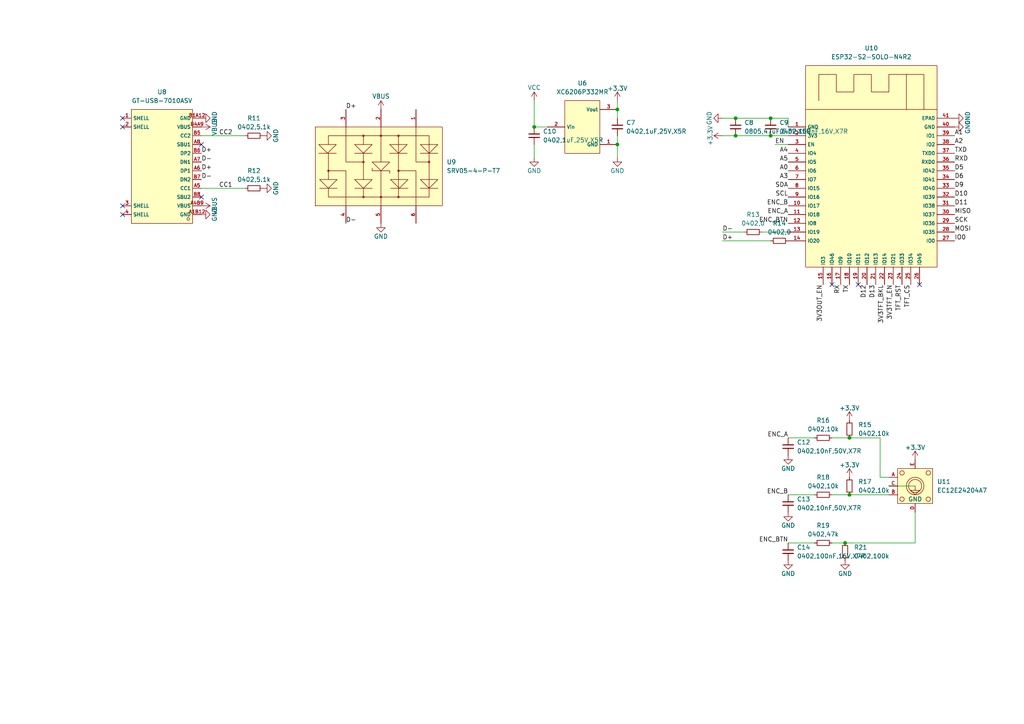
<source format=kicad_sch>
(kicad_sch (version 20230121) (generator eeschema)
  (paper "A4")
  (junction (at 154.94 36.83))
  (junction (at 469.9 156.21))
  (junction (at 449.58 161.29))
  (junction (at 334.01 -63.5))
  (junction (at 223.52 34.29))
  (junction (at 179.07 41.91))
  (junction (at 137.16 -111.76))
  (junction (at 92.71 -111.76))
  (junction (at 313.69 48.26))
  (junction (at 8.89 -105.41))
  (junction (at -33.02 -105.41))
  (junction (at 213.36 34.29))
  (junction (at -54.61 -105.41))
  (junction (at 307.34 -53.34))
  (junction (at 443.23 168.91))
  (junction (at 223.52 39.37))
  (junction (at 246.38 143.51))
  (junction (at 322.58 -58.42))
  (junction (at 358.14 -31.75))
  (junction (at 77.47 -111.76))
  (junction (at 87.63 -111.76))
  (junction (at 422.91 173.99))
  (junction (at 179.07 31.75))
  (junction (at 450.85 168.91))
  (junction (at 213.36 39.37))
  (junction (at 102.87 -111.76))
  (junction (at 313.69 40.64))
  (junction (at 469.9 168.91))
  (junction (at 246.38 127))
  (junction (at 459.74 161.29))
  (junction (at -54.61 -110.49))
  (junction (at 334.01 -36.83))
  (junction (at 245.11 157.48))
  (junction (at -11.43 -105.41))
  (no_connect (at 35.56 59.69))
  (no_connect (at 58.42 41.91))
  (no_connect (at 35.56 34.29))
  (no_connect (at 266.7 82.55))
  (no_connect (at 358.14 53.34))
  (no_connect (at 35.56 36.83))
  (no_connect (at 248.92 82.55))
  (no_connect (at 58.42 57.15))
  (no_connect (at 35.56 62.23))
  (no_connect (at 241.3 82.55))
  (wire (pts (xy -62.23 -95.25) (xy -62.23 -100.33)))
  (wire (pts (xy 228.6 157.48) (xy 236.22 157.48)))
  (wire (pts (xy 459.74 161.29) (xy 462.28 161.29)))
  (wire (pts (xy 77.47 -96.52) (xy 77.47 -88.9)))
  (wire (pts (xy 322.58 -63.5) (xy 334.01 -63.5)))
  (wire (pts (xy 179.07 39.37) (xy 179.07 41.91)))
  (wire (pts (xy 245.11 157.48) (xy 265.43 157.48)))
  (wire (pts (xy 307.34 -53.34) (xy 307.34 -49.53)))
  (wire (pts (xy 307.34 -27.94) (xy 307.34 -44.45)))
  (wire (pts (xy 209.55 34.29) (xy 213.36 34.29)))
  (wire (pts (xy 255.27 138.43) (xy 257.81 138.43)))
  (wire (pts (xy 154.94 36.83) (xy 154.94 29.21)))
  (wire (pts (xy 228.6 127) (xy 236.22 127)))
  (wire (pts (xy 461.01 177.8) (xy 450.85 177.8)))
  (wire (pts (xy 469.9 166.37) (xy 469.9 168.91)))
  (wire (pts (xy 313.69 -27.94) (xy 313.69 -48.26)))
  (wire (pts (xy 284.48 -53.34) (xy 299.72 -53.34)))
  (wire (pts (xy 334.01 -36.83) (xy 337.82 -36.83)))
  (wire (pts (xy 3.81 -113.03) (xy -1.27 -113.03)))
  (wire (pts (xy 228.6 34.29) (xy 228.6 36.83)))
  (wire (pts (xy 265.43 140.97) (xy 257.81 140.97)))
  (wire (pts (xy 304.8 -53.34) (xy 307.34 -53.34)))
  (wire (pts (xy 303.53 40.64) (xy 313.69 40.64)))
  (wire (pts (xy 179.07 31.75) (xy 179.07 34.29)))
  (wire (pts (xy 133.35 -111.76) (xy 137.16 -111.76)))
  (wire (pts (xy 450.85 177.8) (xy 450.85 176.53)))
  (wire (pts (xy 307.34 -53.34) (xy 308.61 -53.34)))
  (wire (pts (xy 450.85 168.91) (xy 450.85 171.45)))
  (wire (pts (xy 8.89 -105.41) (xy 8.89 -113.03)))
  (wire (pts (xy 241.3 157.48) (xy 245.11 157.48)))
  (wire (pts (xy 255.27 138.43) (xy 255.27 127)))
  (wire (pts (xy 303.53 48.26) (xy 313.69 48.26)))
  (wire (pts (xy 29.21 -105.41) (xy 29.21 -115.57)))
  (wire (pts (xy -11.43 -105.41) (xy -3.81 -105.41)))
  (wire (pts (xy 58.42 54.61) (xy 71.12 54.61)))
  (wire (pts (xy 443.23 191.77) (xy 461.01 191.77)))
  (wire (pts (xy 246.38 143.51) (xy 257.81 143.51)))
  (wire (pts (xy 416.56 173.99) (xy 422.91 173.99)))
  (wire (pts (xy 59.69 -111.76) (xy 77.47 -111.76)))
  (wire (pts (xy 452.12 180.34) (xy 461.01 180.34)))
  (wire (pts (xy 246.38 143.51) (xy 241.3 143.51)))
  (wire (pts (xy -54.61 -105.41) (xy -54.61 -100.33)))
  (wire (pts (xy 224.79 41.91) (xy 228.6 41.91)))
  (wire (pts (xy 223.52 39.37) (xy 228.6 39.37)))
  (wire (pts (xy 358.14 -41.91) (xy 358.14 -39.37)))
  (wire (pts (xy 179.07 29.21) (xy 179.07 31.75)))
  (wire (pts (xy 452.12 187.96) (xy 461.01 187.96)))
  (wire (pts (xy 313.69 -58.42) (xy 317.5 -58.42)))
  (wire (pts (xy 213.36 34.29) (xy 223.52 34.29)))
  (wire (pts (xy 92.71 -111.76) (xy 102.87 -111.76)))
  (wire (pts (xy 469.9 152.4) (xy 469.9 156.21)))
  (wire (pts (xy 102.87 -111.76) (xy 102.87 -104.14)))
  (wire (pts (xy -11.43 -113.03) (xy -11.43 -105.41)))
  (wire (pts (xy 427.99 161.29) (xy 438.15 161.29)))
  (wire (pts (xy -54.61 -115.57) (xy -54.61 -110.49)))
  (wire (pts (xy 469.9 168.91) (xy 450.85 168.91)))
  (wire (pts (xy 154.94 41.91) (xy 154.94 45.72)))
  (wire (pts (xy 334.01 -67.31) (xy 334.01 -63.5)))
  (wire (pts (xy 358.14 -34.29) (xy 358.14 -31.75)))
  (wire (pts (xy 373.38 17.78) (xy 373.38 25.4)))
  (wire (pts (xy 443.23 161.29) (xy 449.58 161.29)))
  (wire (pts (xy 209.55 69.85) (xy 223.52 69.85)))
  (wire (pts (xy 358.14 -31.75) (xy 358.14 -27.94)))
  (wire (pts (xy -33.02 -105.41) (xy -11.43 -105.41)))
  (wire (pts (xy 255.27 127) (xy 246.38 127)))
  (wire (pts (xy -46.99 -105.41) (xy -33.02 -105.41)))
  (wire (pts (xy 223.52 34.29) (xy 228.6 34.29)))
  (wire (pts (xy 422.91 173.99) (xy 435.61 173.99)))
  (wire (pts (xy 449.58 161.29) (xy 459.74 161.29)))
  (wire (pts (xy 322.58 -58.42) (xy 326.39 -58.42)))
  (wire (pts (xy 313.69 40.64) (xy 313.69 41.91)))
  (wire (pts (xy 154.94 36.83) (xy 158.75 36.83)))
  (wire (pts (xy 77.47 -88.9) (xy 102.87 -88.9)))
  (wire (pts (xy 449.58 156.21) (xy 469.9 156.21)))
  (wire (pts (xy 397.51 173.99) (xy 411.48 173.99)))
  (wire (pts (xy 450.85 168.91) (xy 443.23 168.91)))
  (wire (pts (xy 220.98 67.31) (xy 228.6 67.31)))
  (wire (pts (xy -54.61 -110.49) (xy -40.64 -110.49)))
  (wire (pts (xy 87.63 -111.76) (xy 92.71 -111.76)))
  (wire (pts (xy -54.61 -110.49) (xy -54.61 -105.41)))
  (wire (pts (xy 334.01 -53.34) (xy 334.01 -36.83)))
  (wire (pts (xy 443.23 179.07) (xy 443.23 186.69)))
  (wire (pts (xy 334.01 -31.75) (xy 334.01 -27.94)))
  (wire (pts (xy 87.63 -121.92) (xy 87.63 -119.38)))
  (wire (pts (xy 77.47 -111.76) (xy 87.63 -111.76)))
  (wire (pts (xy 8.89 -105.41) (xy 29.21 -105.41)))
  (wire (pts (xy 213.36 39.37) (xy 223.52 39.37)))
  (wire (pts (xy 1.27 -105.41) (xy 8.89 -105.41)))
  (wire (pts (xy 313.69 46.99) (xy 313.69 48.26)))
  (wire (pts (xy 209.55 39.37) (xy 213.36 39.37)))
  (wire (pts (xy 179.07 41.91) (xy 179.07 45.72)))
  (wire (pts (xy -62.23 -115.57) (xy -62.23 -105.41)))
  (wire (pts (xy 265.43 157.48) (xy 265.43 148.59)))
  (wire (pts (xy 209.55 67.31) (xy 215.9 67.31)))
  (wire (pts (xy 92.71 -96.52) (xy 102.87 -96.52)))
  (wire (pts (xy 228.6 143.51) (xy 236.22 143.51)))
  (wire (pts (xy 422.91 168.91) (xy 443.23 168.91)))
  (wire (pts (xy 246.38 127) (xy 241.3 127)))
  (wire (pts (xy 58.42 39.37) (xy 71.12 39.37)))
  (wire (pts (xy 469.9 168.91) (xy 469.9 175.26)))
  (label "RAW_VCC" (at -26.67 -105.41 0))
  (label "D13" (at 254 82.55 270))
  (label "D+" (at 58.42 49.53 0))
  (label "3V3TFT_EN" (at 427.99 161.29 0))
  (label "SCK" (at 276.86 64.77 0))
  (label "A2" (at 276.86 41.91 0))
  (label "D12" (at 358.14 48.26 180))
  (label "A2" (at 383.54 55.88 0))
  (label "ENC_B" (at 228.6 59.69 180))
  (label "MOSI" (at 461.01 185.42 180))
  (label "D12" (at 251.46 82.55 270))
  (label "A5" (at 383.54 63.5 0))
  (label "SDA" (at 358.14 76.2 180))
  (label "D13" (at 358.14 50.8 180))
  (label "EN" (at 224.79 41.91 0))
  (label "ENC_A" (at 228.6 127 180))
  (label "D5" (at 276.86 49.53 0))
  (label "SCL" (at 228.6 57.15 180))
  (label "CC2" (at 63.5 39.37 0))
  (label "ENC_BTN" (at 228.6 64.77 180))
  (label "A3" (at 383.54 58.42 0))
  (label "D-" (at 58.42 52.07 0))
  (label "SCK" (at 358.14 58.42 180))
  (label "D-" (at 100.33 64.77 0))
  (label "D+" (at 209.55 69.85 0))
  (label "A4" (at 383.54 60.96 0))
  (label "D11" (at 358.14 45.72 180))
  (label "D6" (at 276.86 52.07 0))
  (label "A0" (at 228.6 49.53 180))
  (label "A3" (at 228.6 52.07 180))
  (label "AREF" (at 383.54 45.72 0))
  (label "3V3TFT_EN" (at 259.08 82.55 270))
  (label "D+" (at 100.33 31.75 0))
  (label "TFT_CS" (at 452.12 180.34 0))
  (label "RX" (at 243.84 82.55 270))
  (label "IO0" (at 426.72 72.39 180))
  (label "CC1" (at 63.5 54.61 0))
  (label "A5" (at 228.6 46.99 180))
  (label "A4" (at 228.6 44.45 180))
  (label "RX" (at 358.14 68.58 180))
  (label "IO0" (at 276.86 69.85 0))
  (label "RXD" (at 276.86 46.99 0))
  (label "SCL" (at 358.14 78.74 180))
  (label "TFT_RST" (at 261.62 82.55 270))
  (label "D11" (at 276.86 59.69 0))
  (label "D-" (at 58.42 46.99 0))
  (label "MOSI" (at 276.86 67.31 0))
  (label "D9" (at 276.86 54.61 0))
  (label "3V3OUT_EN" (at 284.48 -53.34 0))
  (label "D10" (at 276.86 57.15 0))
  (label "EN" (at 439.42 67.31 0))
  (label "RXD" (at 439.42 72.39 0))
  (label "D+" (at 58.42 44.45 0))
  (label "D10" (at 358.14 43.18 180))
  (label "3V3TFT_BKL" (at 397.51 173.99 0))
  (label "TXD" (at 276.86 44.45 0))
  (label "TP4056PWR" (at 68.58 -111.76 0))
  (label "EN" (at 383.54 43.18 0))
  (label "D6" (at 358.14 38.1 180))
  (label "MOSI" (at 358.14 60.96 180))
  (label "D-" (at 209.55 67.31 0))
  (label "RESET" (at 383.54 35.56 0))
  (label "3V3OUT" (at 358.14 -41.91 0))
  (label "TX" (at 246.38 82.55 270))
  (label "TX" (at 358.14 71.12 180))
  (label "D5" (at 358.14 35.56 180))
  (label "EN" (at 303.53 40.64 0))
  (label "3V3OUT_EN" (at 238.76 82.55 270))
  (label "SCK" (at 461.01 182.88 180))
  (label "3V3TFT_BKL" (at 256.54 82.55 270))
  (label "A1" (at 276.86 39.37 0))
  (label "SDA" (at 228.6 54.61 180))
  (label "A0" (at 383.54 50.8 0))
  (label "ENC_A" (at 228.6 62.23 180))
  (label "TFT_RST" (at 452.12 187.96 0))
  (label "3V3OUT" (at 373.38 17.78 0))
  (label "MISO" (at 276.86 62.23 0))
  (label "ENC_BTN" (at 228.6 157.48 180))
  (label "TFT_CS" (at 264.16 82.55 270))
  (label "MISO" (at 358.14 63.5 180))
  (label "ENC_B" (at 228.6 143.51 180))
  (label "A1" (at 383.54 53.34 0))
  (label "D9" (at 358.14 40.64 180))
  (label "TXD" (at 439.42 69.85 0))
  (symbol (lib_id "jlcpcb-basic-resistor:0402,10k") (at 238.76 143.51 270) (unit 1)
    (property "Reference" "R18" (at 238.76 138.43 90))
    (property "Value" "0402,10k" (at 238.76 140.97 90))
    (property "Footprint" "Resistor_SMD:R_0402_1005Metric" (effects hide))
    (property "Datasheet" "https://datasheet.lcsc.com/lcsc/2110260030_UNI-ROYAL-Uniroyal-Elec-0402WGF1002TCE_C25744.pdf" (effects hide))
    (property "LCSC" "C25744" (effects hide))
    (property "MFG" "UNI-ROYAL(Uniroyal Elec)" (effects hide))
    (property "MFGPN" "0402WGF1002TCE" (effects hide))
  )
  (symbol (lib_id "power:+3.3V") (at 265.43 133.35 0) (unit 1)
    (property "Reference" "#PWR0121" (effects hide))
    (property "Value" "+3.3V" (at 265.43 129.794 0))
  )
  (symbol (lib_id "jlcpcb-basic-capacitor:0402,1uF,25V,X5R ") (at 154.94 39.37 0) (unit 1)
    (property "Reference" "C10" (at 157.48 38.1 0) (effects (justify left)))
    (property "Value" "0402,1uF,25V,X5R " (at 157.48 40.64 0) (effects (justify left)))
    (property "Footprint" "Capacitor_SMD:C_0402_1005Metric" (effects hide))
    (property "Datasheet" "https://datasheet.lcsc.com/lcsc/1811091611_Samsung-Electro-Mechanics-CL05A105KA5NQNC_C52923.pdf" (effects hide))
    (property "LCSC" "C52923" (effects hide))
    (property "MFG" "Samsung Electro-Mechanics" (effects hide))
    (property "MFGPN" "CL05A105KA5NQNC" (effects hide))
  )
  (symbol (lib_id "jlcpcb-basic-capacitor:0402,10nF,50V,X7R ") (at 228.6 129.54 0) (unit 1)
    (property "Reference" "C12" (at 231.14 128.27 0) (effects (justify left)))
    (property "Value" "0402,10nF,50V,X7R " (at 231.14 130.81 0) (effects (justify left)))
    (property "Footprint" "Capacitor_SMD:C_0402_1005Metric" (effects hide))
    (property "Datasheet" "https://datasheet.lcsc.com/lcsc/1810191223_Samsung-Electro-Mechanics-CL05B103KB5NNNC_C15195.pdf" (effects hide))
    (property "LCSC" "C15195" (effects hide))
    (property "MFG" "Samsung Electro-Mechanics" (effects hide))
    (property "MFGPN" "CL05B103KB5NNNC" (effects hide))
  )
  (symbol (lib_id "jlcpcb-diodes:19-213_Y2C-CQ2R2L_3T(CY)") (at 92.71 -106.68 90) (unit 1)
    (property "Reference" "LED3" (at 95.25 -107.442 90) (effects (justify right)))
    (property "Value" "Yellow" (at 95.25 -104.902 90) (effects (justify right)))
    (property "Footprint" "LED_SMD:LED_0603_1608Metric" (effects hide))
    (property "Datasheet" "https://atta.szlcsc.com/upload/public/pdf/source/20180129/C125100_15171877314981315871.pdf" (effects hide))
    (property "LCSC" "C72038" (effects hide))
  )
  (symbol (lib_id "jlcpcb-basic-resistor:0402,10k") (at 246.38 124.46 180) (unit 1)
    (property "Reference" "R15" (at 248.92 123.19 0) (effects (justify right)))
    (property "Value" "0402,10k" (at 248.92 125.73 0) (effects (justify right)))
    (property "Footprint" "Resistor_SMD:R_0402_1005Metric" (effects hide))
    (property "Datasheet" "https://datasheet.lcsc.com/lcsc/2110260030_UNI-ROYAL-Uniroyal-Elec-0402WGF1002TCE_C25744.pdf" (effects hide))
    (property "LCSC" "C25744" (effects hide))
    (property "MFG" "UNI-ROYAL(Uniroyal Elec)" (effects hide))
    (property "MFGPN" "0402WGF1002TCE" (effects hide))
  )
  (symbol (lib_id "power:VBUS") (at 58.42 36.83 270) (unit 1)
    (property "Reference" "#PWR0134" (effects hide))
    (property "Value" "VBUS" (at 62.23 36.83 0))
  )
  (symbol (lib_id "power:VBUS") (at 87.63 -121.92 0) (unit 1)
    (property "Reference" "#PWR0152" (effects hide))
    (property "Value" "VBUS" (at 87.63 -125.73 0))
  )
  (symbol (lib_id "power:GND") (at -62.23 -95.25 0) (unit 1)
    (property "Reference" "#PWR0144" (effects hide))
    (property "Value" "GND" (at -62.23 -91.44 0))
  )
  (symbol (lib_id "jlcpcb-basic-resistor:0402,10k") (at 6.35 -113.03 90) (unit 1)
    (property "Reference" "R1" (at 6.35 -116.84 90))
    (property "Value" "0402,10k" (at 6.35 -114.3 90))
    (property "Footprint" "Resistor_SMD:R_0402_1005Metric" (effects hide))
    (property "Datasheet" "https://datasheet.lcsc.com/lcsc/2110260030_UNI-ROYAL-Uniroyal-Elec-0402WGF1002TCE_C25744.pdf" (effects hide))
    (property "LCSC" "C25744" (effects hide))
    (property "MFG" "UNI-ROYAL(Uniroyal Elec)" (effects hide))
    (property "MFGPN" "0402WGF1002TCE" (effects hide))
  )
  (symbol (lib_id "power:GND") (at 307.34 -27.94 0) (unit 1)
    (property "Reference" "#PWR0108" (effects hide))
    (property "Value" "GND" (at 307.34 -24.13 0))
  )
  (symbol (lib_id "power:+3.3V") (at 246.38 121.92 0) (unit 1)
    (property "Reference" "#PWR0124" (effects hide))
    (property "Value" "+3.3V" (at 246.38 118.364 0))
  )
  (symbol (lib_id "power:GND") (at 179.07 45.72 0) (unit 1)
    (property "Reference" "#PWR0132" (effects hide))
    (property "Value" "GND" (at 179.07 49.53 0))
  )
  (symbol (lib_id "power:+3.3V") (at 469.9 152.4 0) (unit 1)
    (property "Reference" "#PWR0105" (effects hide))
    (property "Value" "+3.3V" (at 469.9 148.844 0))
  )
  (symbol (lib_id "power:GND") (at 58.42 62.23 90) (unit 1)
    (property "Reference" "#PWR0139" (effects hide))
    (property "Value" "GND" (at 62.23 62.23 0))
  )
  (symbol (lib_id "power:GND") (at 133.35 -102.87 0) (unit 1)
    (property "Reference" "#PWR0153" (effects hide))
    (property "Value" "GND" (at 133.35 -99.06 0))
  )
  (symbol (lib_id "jlcpcb-power:XC6206P332MR") (at 168.91 36.83 0) (unit 1)
    (property "Reference" "U6" (at 168.91 24.13 0))
    (property "Value" "XC6206P332MR" (at 168.91 26.67 0))
    (property "Footprint" "footprint:SOT-23-3_L2.9-W1.6-P1.90-LS2.8-BR" (effects hide))
    (property "Datasheet" "https://item.szlcsc.com/14454.html" (effects hide))
    (property "LCSC" "C5446" (effects hide))
  )
  (symbol (lib_id "jlcpcb-basic-resistor:0402,10") (at 443.23 189.23 0) (unit 1)
    (property "Reference" "R26" (at 445.77 187.96 0) (effects (justify left)))
    (property "Value" "0402,10" (at 445.77 190.5 0) (effects (justify left)))
    (property "Footprint" "Resistor_SMD:R_0402_1005Metric" (effects hide))
    (property "Datasheet" "https://datasheet.lcsc.com/lcsc/2110252230_UNI-ROYAL-Uniroyal-Elec-0402WGF100JTCE_C25077.pdf" (effects hide))
    (property "LCSC" "C25077" (effects hide))
    (property "MFG" "UNI-ROYAL(Uniroyal Elec)" (effects hide))
    (property "MFGPN" "0402WGF100JTCE" (effects hide))
  )
  (symbol (lib_id "jlcpcb-basic-resistor:0402,1k") (at 302.26 -53.34 90) (unit 1)
    (property "Reference" "R8" (at 302.26 -57.15 90))
    (property "Value" "0402,1k" (at 302.26 -54.61 90))
    (property "Footprint" "Resistor_SMD:R_0402_1005Metric" (effects hide))
    (property "Datasheet" "https://datasheet.lcsc.com/lcsc/2110251730_UNI-ROYAL-Uniroyal-Elec-0402WGF1001TCE_C11702.pdf" (effects hide))
    (property "LCSC" "C11702" (effects hide))
    (property "MFG" "UNI-ROYAL(Uniroyal Elec)" (effects hide))
    (property "MFGPN" "0402WGF1001TCE" (effects hide))
  )
  (symbol (lib_id "Diode:US1M") (at 87.63 -115.57 90) (unit 1)
    (property "Reference" "D1" (at 90.17 -116.84 90) (effects (justify right)))
    (property "Value" "US1M" (at 90.17 -114.3 90) (effects (justify right)))
    (property "Footprint" "Diode_SMD:D_SMA" (effects hide))
    (property "Datasheet" "https://www.diodes.com/assets/Datasheets/ds16008.pdf" (effects hide))
    (property "Sim.Device" "D" (effects hide))
    (property "Sim.Pins" "1=K 2=A" (effects hide))
  )
  (symbol (lib_id "Diode:US1M") (at -50.8 -105.41 180) (unit 1)
    (property "Reference" "D2" (at -50.8 -110.49 0))
    (property "Value" "US1M" (at -50.8 -107.95 0))
    (property "Footprint" "Diode_SMD:D_SMA" (effects hide))
    (property "Datasheet" "https://www.diodes.com/assets/Datasheets/ds16008.pdf" (effects hide))
    (property "Sim.Device" "D" (effects hide))
    (property "Sim.Pins" "1=K 2=A" (effects hide))
  )
  (symbol (lib_id "jlcpcb-basic-capacitor:0402,100nF,16V,X7R ") (at 223.52 36.83 0) (unit 1)
    (property "Reference" "C9" (at 226.06 35.56 0) (effects (justify left)))
    (property "Value" "0402,100nF,16V,X7R " (at 226.06 38.1 0) (effects (justify left)))
    (property "Footprint" "Capacitor_SMD:C_0402_1005Metric" (effects hide))
    (property "Datasheet" "https://datasheet.lcsc.com/lcsc/1810191219_Samsung-Electro-Mechanics-CL05B104KO5NNNC_C1525.pdf" (effects hide))
    (property "LCSC" "C1525" (effects hide))
    (property "MFG" "Samsung Electro-Mechanics" (effects hide))
    (property "MFGPN" "CL05B104KO5NNNC" (effects hide))
  )
  (symbol (lib_id "power:GND") (at 322.58 -53.34 0) (unit 1)
    (property "Reference" "#PWR0110" (effects hide))
    (property "Value" "GND" (at 322.58 -49.53 0))
  )
  (symbol (lib_id "power:GND") (at 313.69 48.26 0) (unit 1)
    (property "Reference" "#PWR0128" (effects hide))
    (property "Value" "GND" (at 313.69 52.07 0))
  )
  (symbol (lib_id "jlcpcb-extended:GT-USB-7010ASV") (at 45.72 46.99 180) (unit 1)
    (property "Reference" "U8" (at 46.99 26.67 0))
    (property "Value" "GT-USB-7010ASV" (at 46.99 29.21 0))
    (property "Footprint" "footprint:USB-C-SMD_G-SWITCH_GT-USB-7010ASV" (effects hide))
    (property "Datasheet" "https://atta.szlcsc.com/upload/public/pdf/source/20220407/8043DBBC37E1BDE9D4FD36EE7A4A9BB9.pdf" (effects hide))
    (property "LCSC" "C2988369" (effects hide))
  )
  (symbol (lib_id "Device:Polyfuse_Small") (at -1.27 -105.41 90) (unit 1)
    (property "Reference" "F1" (at -1.27 -103.505 90))
    (property "Value" "Polyfuse_Small" (at -1.27 -107.315 90))
    (property "Footprint" "Fuse:Fuse_0805_2012Metric_Pad1.15x1.40mm_HandSolder" (effects hide))
  )
  (symbol (lib_id "jlcpcb-basic-resistor:0603,220") (at 440.69 161.29 90) (unit 1)
    (property "Reference" "R22" (at 440.69 156.21 90))
    (property "Value" "0603,220" (at 440.69 158.75 90))
    (property "Footprint" "Resistor_SMD:R_0603_1608Metric" (effects hide))
    (property "Datasheet" "https://datasheet.lcsc.com/lcsc/2110252130_UNI-ROYAL-Uniroyal-Elec-0603WAF2200T5E_C22962.pdf" (effects hide))
    (property "LCSC" "C22962" (effects hide))
    (property "MFG" "UNI-ROYAL(Uniroyal Elec)" (effects hide))
    (property "MFGPN" "0603WAF2200T5E" (effects hide))
  )
  (symbol (lib_id "jlcpcb-basic-resistor:0402,100k") (at 245.11 160.02 0) (unit 1)
    (property "Reference" "R21" (at 247.65 158.75 0) (effects (justify left)))
    (property "Value" "0402,100k" (at 247.65 161.29 0) (effects (justify left)))
    (property "Footprint" "Resistor_SMD:R_0402_1005Metric" (effects hide))
    (property "Datasheet" "https://datasheet.lcsc.com/lcsc/2110260030_UNI-ROYAL-Uniroyal-Elec-0402WGF1003TCE_C25741.pdf" (effects hide))
    (property "LCSC" "C25741" (effects hide))
    (property "MFG" "UNI-ROYAL(Uniroyal Elec)" (effects hide))
    (property "MFGPN" "0402WGF1003TCE" (effects hide))
  )
  (symbol (lib_id "power:VBUS") (at 375.92 25.4 0) (unit 1)
    (property "Reference" "#PWR0115" (effects hide))
    (property "Value" "VBUS" (at 375.92 21.59 0))
  )
  (symbol (lib_id "jlcpcb-basic-resistor:0402,100k") (at 307.34 -46.99 0) (unit 1)
    (property "Reference" "R9" (at 309.88 -48.26 0) (effects (justify left)))
    (property "Value" "0402,100k" (at 309.88 -45.72 0) (effects (justify left)))
    (property "Footprint" "Resistor_SMD:R_0402_1005Metric" (effects hide))
    (property "Datasheet" "https://datasheet.lcsc.com/lcsc/2110260030_UNI-ROYAL-Uniroyal-Elec-0402WGF1003TCE_C25741.pdf" (effects hide))
    (property "LCSC" "C25741" (effects hide))
    (property "MFG" "UNI-ROYAL(Uniroyal Elec)" (effects hide))
    (property "MFGPN" "0402WGF1003TCE" (effects hide))
  )
  (symbol (lib_id "power:VCC") (at 154.94 29.21 0) (unit 1)
    (property "Reference" "#PWR0131" (effects hide))
    (property "Value" "VCC" (at 154.94 25.4 0))
  )
  (symbol (lib_id "power:GND") (at 276.86 34.29 90) (unit 1)
    (property "Reference" "#PWR0126" (effects hide))
    (property "Value" "GND" (at 280.67 34.29 0))
  )
  (symbol (lib_id "jlcpcb-transistors:AO3401A") (at -35.56 -110.49 0) (unit 1)
    (property "Reference" "U1" (at -26.67 -111.76 0) (effects (justify left)))
    (property "Value" "AO3401A" (at -26.67 -109.22 0) (effects (justify left)))
    (property "Footprint" "footprint:SOT-23_L2.9-W1.3-P1.90-LS2.4-BR" (effects hide))
    (property "Datasheet" "https://item.szlcsc.com/236142.html" (effects hide))
    (property "LCSC" "C15127" (effects hide))
  )
  (symbol (lib_id "power:GND") (at 59.69 -106.68 0) (unit 1)
    (property "Reference" "#PWR0149" (effects hide))
    (property "Value" "GND" (at 59.69 -102.87 0))
  )
  (symbol (lib_id "jlcpcb-basic-capacitor:0805,47uF,6.3V,X5R ") (at 213.36 36.83 0) (unit 1)
    (property "Reference" "C8" (at 215.9 35.56 0) (effects (justify left)))
    (property "Value" "0805,47uF,6.3V,X5R " (at 215.9 38.1 0) (effects (justify left)))
    (property "Footprint" "Capacitor_SMD:C_0805_2012Metric" (effects hide))
    (property "Datasheet" "https://datasheet.lcsc.com/lcsc/1811091612_Samsung-Electro-Mechanics-CL21A476MQYNNNE_C16780.pdf" (effects hide))
    (property "LCSC" "C16780" (effects hide))
    (property "MFG" "Samsung Electro-Mechanics" (effects hide))
    (property "MFGPN" "CL21A476MQYNNNE" (effects hide))
  )
  (symbol (lib_id "power:GND") (at 133.35 -83.82 0) (unit 1)
    (property "Reference" "#PWR0154" (effects hide))
    (property "Value" "GND" (at 133.35 -80.01 0))
  )
  (symbol (lib_id "power:GND") (at 118.11 -76.2 0) (unit 1)
    (property "Reference" "#PWR0151" (effects hide))
    (property "Value" "GND" (at 118.11 -72.39 0))
  )
  (symbol (lib_id "jlcpcb-extended:EC12E24204A7") (at 265.43 140.97 270) (unit 1)
    (property "Reference" "U11" (at 271.78 139.7 90) (effects (justify left)))
    (property "Value" "EC12E24204A7" (at 271.78 142.24 90) (effects (justify left)))
    (property "Footprint" "footprint:SW-TH_EC12EXXXX" (effects hide))
    (property "Datasheet" "https://item.szlcsc.com/476763.html?ref=editor&logined=true" (effects hide))
    (property "LCSC" "C470597" (effects hide))
  )
  (symbol (lib_id "jlcpcb-diodes:KT-0603R") (at -6.35 -113.03 180) (unit 1)
    (property "Reference" "LED1" (at -5.08 -118.11 0))
    (property "Value" "Yellow" (at -5.08 -115.57 0))
    (property "Footprint" "LED_SMD:LED_0603_1608Metric" (effects hide))
    (property "Datasheet" "https://item.szlcsc.com/347874.html" (effects hide))
    (property "LCSC" "C2286" (effects hide))
  )
  (symbol (lib_id "jlcpcb-transistors:AO3401A") (at 331.47 -58.42 0) (mirror x) (unit 1)
    (property "Reference" "U3" (at 331.47 -57.15 0))
    (property "Value" "AO3401A" (at 331.47 -60.96 0))
    (property "Footprint" "footprint:SOT-23_L2.9-W1.3-P1.90-LS2.4-BR" (effects hide))
    (property "Datasheet" "https://item.szlcsc.com/236142.html" (effects hide))
    (property "LCSC" "C15127" (effects hide))
  )
  (symbol (lib_id "jlcpcb-basic-resistor:0402,5.1k") (at 73.66 39.37 90) (unit 1)
    (property "Reference" "R11" (at 73.66 34.29 90))
    (property "Value" "0402,5.1k" (at 73.66 36.83 90))
    (property "Footprint" "Resistor_SMD:R_0402_1005Metric" (effects hide))
    (property "Datasheet" "https://datasheet.lcsc.com/lcsc/2110260030_UNI-ROYAL-Uniroyal-Elec-0402WGF5101TCE_C25905.pdf" (effects hide))
    (property "LCSC" "C25905" (effects hide))
    (property "MFG" "UNI-ROYAL(Uniroyal Elec)" (effects hide))
    (property "MFGPN" "0402WGF5101TCE" (effects hide))
  )
  (symbol (lib_id "IPS Display:IPS_Display") (at 467.36 154.94 0) (unit 1)
    (property "Reference" "TFT1" (at 469.9 186.69 90))
    (property "Value" "~" (at 480.06 200.66 0))
    (property "Footprint" "IPS Display:IPS Display" (effects hide))
    (property "Datasheet" "https://www.waveshare.com/w/upload/9/99/1.47inch_LCD_Datasheet.pdf" (effects hide))
  )
  (symbol (lib_id "jlcpcb-basic-capacitor:0402,10nF,50V,X7R ") (at 228.6 146.05 0) (unit 1)
    (property "Reference" "C13" (at 231.14 144.78 0) (effects (justify left)))
    (property "Value" "0402,10nF,50V,X7R " (at 231.14 147.32 0) (effects (justify left)))
    (property "Footprint" "Capacitor_SMD:C_0402_1005Metric" (effects hide))
    (property "Datasheet" "https://datasheet.lcsc.com/lcsc/1810191223_Samsung-Electro-Mechanics-CL05B103KB5NNNC_C15195.pdf" (effects hide))
    (property "LCSC" "C15195" (effects hide))
    (property "MFG" "Samsung Electro-Mechanics" (effects hide))
    (property "MFGPN" "CL05B103KB5NNNC" (effects hide))
  )
  (symbol (lib_id "jlcpcb-basic-capacitor:0402,100nF,16V,X7R ") (at 459.74 163.83 0) (unit 1)
    (property "Reference" "C15" (at 462.28 162.56 0) (effects (justify left)))
    (property "Value" "0402,100nF,16V,X7R " (at 462.28 165.1 0) (effects (justify left)))
    (property "Footprint" "Capacitor_SMD:C_0402_1005Metric" (effects hide))
    (property "Datasheet" "https://datasheet.lcsc.com/lcsc/1810191219_Samsung-Electro-Mechanics-CL05B104KO5NNNC_C1525.pdf" (effects hide))
    (property "LCSC" "C1525" (effects hide))
    (property "MFG" "Samsung Electro-Mechanics" (effects hide))
    (property "MFGPN" "CL05B104KO5NNNC" (effects hide))
  )
  (symbol (lib_id "power:GND") (at 110.49 64.77 0) (unit 1)
    (property "Reference" "#PWR0142" (effects hide))
    (property "Value" "GND" (at 110.49 68.58 0))
  )
  (symbol (lib_id "jlcpcb-basic-resistor:0402,1.2k") (at 133.35 -86.36 0) (unit 1)
    (property "Reference" "R5" (at 135.89 -87.63 0) (effects (justify left)))
    (property "Value" "0402,1.2k" (at 135.89 -85.09 0) (effects (justify left)))
    (property "Footprint" "Resistor_SMD:R_0402_1005Metric" (effects hide))
    (property "Datasheet" "https://datasheet.lcsc.com/lcsc/2110260030_UNI-ROYAL-Uniroyal-Elec-0402WGF1201TCE_C25862.pdf" (effects hide))
    (property "LCSC" "C25862" (effects hide))
    (property "MFG" "UNI-ROYAL(Uniroyal Elec)" (effects hide))
    (property "MFGPN" "0402WGF1201TCE" (effects hide))
  )
  (symbol (lib_id "jlcpcb-basic-resistor:0402,100k") (at 322.58 -60.96 0) (unit 1)
    (property "Reference" "R6" (at 325.12 -62.23 0) (effects (justify left)))
    (property "Value" "0402,100k" (at 325.12 -59.69 0) (effects (justify left)))
    (property "Footprint" "Resistor_SMD:R_0402_1005Metric" (effects hide))
    (property "Datasheet" "https://datasheet.lcsc.com/lcsc/2110260030_UNI-ROYAL-Uniroyal-Elec-0402WGF1003TCE_C25741.pdf" (effects hide))
    (property "LCSC" "C25741" (effects hide))
    (property "MFG" "UNI-ROYAL(Uniroyal Elec)" (effects hide))
    (property "MFGPN" "0402WGF1003TCE" (effects hide))
  )
  (symbol (lib_id "power:GND") (at 228.6 148.59 0) (unit 1)
    (property "Reference" "#PWR0122" (effects hide))
    (property "Value" "GND" (at 228.6 152.4 0))
  )
  (symbol (lib_id "jlcpcb-basic-capacitor:0402,1uF,25V,X5R ") (at 179.07 36.83 0) (unit 1)
    (property "Reference" "C7" (at 181.61 35.56 0) (effects (justify left)))
    (property "Value" "0402,1uF,25V,X5R " (at 181.61 38.1 0) (effects (justify left)))
    (property "Footprint" "Capacitor_SMD:C_0402_1005Metric" (effects hide))
    (property "Datasheet" "https://datasheet.lcsc.com/lcsc/1811091611_Samsung-Electro-Mechanics-CL05A105KA5NQNC_C52923.pdf" (effects hide))
    (property "LCSC" "C52923" (effects hide))
    (property "MFG" "Samsung Electro-Mechanics" (effects hide))
    (property "MFGPN" "CL05A105KA5NQNC" (effects hide))
  )
  (symbol (lib_id "jlcpcb-basic-resistor:0402,47k") (at 238.76 157.48 90) (unit 1)
    (property "Reference" "R19" (at 238.76 152.4 90))
    (property "Value" "0402,47k" (at 238.76 154.94 90))
    (property "Footprint" "Resistor_SMD:R_0402_1005Metric" (effects hide))
    (property "Datasheet" "https://datasheet.lcsc.com/lcsc/2110260030_UNI-ROYAL-Uniroyal-Elec-0402WGF4702TCE_C25792.pdf" (effects hide))
    (property "LCSC" "C25792" (effects hide))
    (property "MFG" "UNI-ROYAL(Uniroyal Elec)" (effects hide))
    (property "MFGPN" "0402WGF4702TCE" (effects hide))
  )
  (symbol (lib_id "jlcpcb-basic-resistor:0603,100k") (at 449.58 158.75 0) (unit 1)
    (property "Reference" "R20" (at 452.12 157.48 0) (effects (justify left)))
    (property "Value" "0603,100k" (at 452.12 160.02 0) (effects (justify left)))
    (property "Footprint" "Resistor_SMD:R_0603_1608Metric" (effects hide))
    (property "Datasheet" "https://datasheet.lcsc.com/lcsc/2110260030_UNI-ROYAL-Uniroyal-Elec-0603WAF1003T5E_C25803.pdf" (effects hide))
    (property "LCSC" "C25803" (effects hide))
    (property "MFG" "UNI-ROYAL(Uniroyal Elec)" (effects hide))
    (property "MFGPN" "0603WAF1003T5E" (effects hide))
  )
  (symbol (lib_id "power:VBUS") (at -54.61 -115.57 0) (unit 1)
    (property "Reference" "#PWR0148" (effects hide))
    (property "Value" "VBUS" (at -54.61 -119.38 0))
  )
  (symbol (lib_id "power:+3.3V") (at 246.38 138.43 0) (unit 1)
    (property "Reference" "#PWR0118" (effects hide))
    (property "Value" "+3.3V" (at 246.38 134.874 0))
  )
  (symbol (lib_id "jlcpcb-power:TP4056") (at 118.11 -96.52 0) (unit 1)
    (property "Reference" "U2" (at 118.11 -120.65 0))
    (property "Value" "TP4056" (at 118.11 -118.11 0))
    (property "Footprint" "footprint:ESOP-8_L4.9-W3.9-P1.27-LS6.0-BL-EP" (effects hide))
    (property "Datasheet" "https://www.mornsun.cn/html/pdf/SCM1501B.html" (effects hide))
    (property "LCSC" "C16581" (effects hide))
  )
  (symbol (lib_id "power:+3.3V") (at 179.07 29.21 0) (unit 1)
    (property "Reference" "#PWR0133" (effects hide))
    (property "Value" "+3.3V" (at 179.07 25.654 0))
  )
  (symbol (lib_id "jlcpcb-basic-resistor:0402,0") (at 226.06 69.85 90) (unit 1)
    (property "Reference" "R14" (at 226.06 64.77 90))
    (property "Value" "0402,0" (at 226.06 67.31 90))
    (property "Footprint" "Resistor_SMD:R_0402_1005Metric" (effects hide))
    (property "Datasheet" "https://datasheet.lcsc.com/lcsc/2110251730_UNI-ROYAL-Uniroyal-Elec-0402WGF0000TCE_C17168.pdf" (effects hide))
    (property "LCSC" "C17168" (effects hide))
    (property "MFG" "UNI-ROYAL(Uniroyal Elec)" (effects hide))
    (property "MFGPN" "0402WGF0000TCE" (effects hide))
  )
  (symbol (lib_id "jlcpcb-basic-capacitor:0402,1uF,25V,X5R ") (at 358.14 -36.83 0) (unit 1)
    (property "Reference" "C5" (at 360.68 -38.1 0) (effects (justify left)))
    (property "Value" "0402,1uF,25V,X5R " (at 360.68 -35.56 0) (effects (justify left)))
    (property "Footprint" "Capacitor_SMD:C_0402_1005Metric" (effects hide))
    (property "Datasheet" "https://datasheet.lcsc.com/lcsc/1811091611_Samsung-Electro-Mechanics-CL05A105KA5NQNC_C52923.pdf" (effects hide))
    (property "LCSC" "C52923" (effects hide))
    (property "MFG" "Samsung Electro-Mechanics" (effects hide))
    (property "MFGPN" "CL05A105KA5NQNC" (effects hide))
  )
  (symbol (lib_id "power:VBUS") (at -62.23 -115.57 0) (unit 1)
    (property "Reference" "#PWR0147" (effects hide))
    (property "Value" "VBUS" (at -62.23 -119.38 0))
  )
  (symbol (lib_id "power:GND") (at 426.72 69.85 270) (unit 1)
    (property "Reference" "#PWR0114" (effects hide))
    (property "Value" "GND" (at 422.91 69.85 0))
  )
  (symbol (lib_id "power:GND") (at 133.35 -96.52 0) (unit 1)
    (property "Reference" "#PWR0156" (effects hide))
    (property "Value" "GND" (at 133.35 -92.71 0))
  )
  (symbol (lib_id "power:GND") (at 265.43 140.97 0) (unit 1)
    (property "Reference" "#PWR0120" (effects hide))
    (property "Value" "GND" (at 265.43 144.78 0))
  )
  (symbol (lib_id "power:GND") (at 76.2 39.37 90) (unit 1)
    (property "Reference" "#PWR0136" (effects hide))
    (property "Value" "GND" (at 80.01 39.37 0))
  )
  (symbol (lib_id "jlcpcb-switches:TS-1187A-B-A-B") (at 308.61 43.18 0) (unit 1)
    (property "Reference" "U7" (at 308.61 35.56 0))
    (property "Value" "TS-1187A-B-A-B" (at 308.61 38.1 0))
    (property "Footprint" "footprint:SW-SMD_4P-L5.1-W5.1-P3.70-LS6.5-TL-2" (effects hide))
    (property "Datasheet" "https://item.szlcsc.com/300285.html" (effects hide))
    (property "LCSC" "C318884" (effects hide))
  )
  (symbol (lib_id "power:GND") (at 154.94 45.72 0) (unit 1)
    (property "Reference" "#PWR0138" (effects hide))
    (property "Value" "GND" (at 154.94 49.53 0))
  )
  (symbol (lib_id "jlcpcb-power:XC6206P332MR") (at 347.98 -36.83 0) (unit 1)
    (property "Reference" "U5" (at 347.98 -48.26 0))
    (property "Value" "XC6206P332MR" (at 347.98 -45.72 0))
    (property "Footprint" "footprint:SOT-23-3_L2.9-W1.6-P1.90-LS2.8-BR" (effects hide))
    (property "Datasheet" "https://item.szlcsc.com/14454.html" (effects hide))
    (property "LCSC" "C5446" (effects hide))
  )
  (symbol (lib_id "power:+3.3V") (at 209.55 39.37 90) (unit 1)
    (property "Reference" "#PWR0130" (effects hide))
    (property "Value" "+3.3V" (at 205.994 39.37 0))
  )
  (symbol (lib_id "jlcpcb-extended:ESP32-S2-SOLO-N4R2") (at 252.73 50.8 0) (unit 1)
    (property "Reference" "U10" (at 252.73 13.97 0))
    (property "Value" "ESP32-S2-SOLO-N4R2" (at 252.73 16.51 0))
    (property "Footprint" "footprint:WIRELM-SMD_ESP32-S3-WROOM-1" (effects hide))
    (property "Datasheet" "https://www.mouser.cn/datasheet/2/891/Espressif_ESP32_S3_WROOM_1_1U_Preliminary-2530171.pdf" (effects hide))
    (property "LCSC" "C3013947" (effects hide))
  )
  (symbol (lib_id "power:GND") (at 422.91 179.07 0) (unit 1)
    (property "Reference" "#PWR0101" (effects hide))
    (property "Value" "GND" (at 422.91 182.88 0))
  )
  (symbol (lib_id "power:GND") (at 137.16 -106.68 0) (unit 1)
    (property "Reference" "#PWR0155" (effects hide))
    (property "Value" "GND" (at 137.16 -102.87 0))
  )
  (symbol (lib_id "jlcpcb-basic-resistor:0603,220") (at 414.02 173.99 90) (unit 1)
    (property "Reference" "R24" (at 414.02 168.91 90))
    (property "Value" "0603,220" (at 414.02 171.45 90))
    (property "Footprint" "Resistor_SMD:R_0603_1608Metric" (effects hide))
    (property "Datasheet" "https://datasheet.lcsc.com/lcsc/2110252130_UNI-ROYAL-Uniroyal-Elec-0603WAF2200T5E_C22962.pdf" (effects hide))
    (property "LCSC" "C22962" (effects hide))
    (property "MFG" "UNI-ROYAL(Uniroyal Elec)" (effects hide))
    (property "MFGPN" "0603WAF2200T5E" (effects hide))
  )
  (symbol (lib_id "power:+BATT") (at -33.02 -115.57 0) (unit 1)
    (property "Reference" "#PWR0146" (effects hide))
    (property "Value" "+BATT" (at -33.02 -119.126 0))
  )
  (symbol (lib_id "jlcpcb-transistors:AO3401A") (at 467.36 161.29 0) (mirror x) (unit 1)
    (property "Reference" "U12" (at 467.36 162.56 0))
    (property "Value" "AO3401A" (at 467.36 158.75 0))
    (property "Footprint" "footprint:SOT-23_L2.9-W1.3-P1.90-LS2.4-BR" (effects hide))
    (property "Datasheet" "https://item.szlcsc.com/236142.html" (effects hide))
    (property "LCSC" "C15127" (effects hide))
  )
  (symbol (lib_id "jlcpcb-basic-resistor:0603,100k") (at 422.91 171.45 0) (unit 1)
    (property "Reference" "R23" (at 425.45 170.18 0) (effects (justify left)))
    (property "Value" "0603,100k" (at 425.45 172.72 0) (effects (justify left)))
    (property "Footprint" "Resistor_SMD:R_0603_1608Metric" (effects hide))
    (property "Datasheet" "https://datasheet.lcsc.com/lcsc/2110260030_UNI-ROYAL-Uniroyal-Elec-0603WAF1003T5E_C25803.pdf" (effects hide))
    (property "LCSC" "C25803" (effects hide))
    (property "MFG" "UNI-ROYAL(Uniroyal Elec)" (effects hide))
    (property "MFGPN" "0603WAF1003T5E" (effects hide))
  )
  (symbol (lib_id "jlcpcb-basic-resistor:0402,10k") (at 77.47 -99.06 0) (unit 1)
    (property "Reference" "R2" (at 80.01 -100.33 0) (effects (justify left)))
    (property "Value" "0402,10k" (at 80.01 -97.79 0) (effects (justify left)))
    (property "Footprint" "Resistor_SMD:R_0402_1005Metric" (effects hide))
    (property "Datasheet" "https://datasheet.lcsc.com/lcsc/2110260030_UNI-ROYAL-Uniroyal-Elec-0402WGF1002TCE_C25744.pdf" (effects hide))
    (property "LCSC" "C25744" (effects hide))
    (property "MFG" "UNI-ROYAL(Uniroyal Elec)" (effects hide))
    (property "MFGPN" "0402WGF1002TCE" (effects hide))
  )
  (symbol (lib_id "jlcpcb-basic-capacitor:0402,1uF,25V,X5R ") (at 334.01 -34.29 0) (unit 1)
    (property "Reference" "C6" (at 336.55 -35.56 0) (effects (justify left)))
    (property "Value" "0402,1uF,25V,X5R " (at 336.55 -33.02 0) (effects (justify left)))
    (property "Footprint" "Capacitor_SMD:C_0402_1005Metric" (effects hide))
    (property "Datasheet" "https://datasheet.lcsc.com/lcsc/1811091611_Samsung-Electro-Mechanics-CL05A105KA5NQNC_C52923.pdf" (effects hide))
    (property "LCSC" "C52923" (effects hide))
    (property "MFG" "Samsung Electro-Mechanics" (effects hide))
    (property "MFGPN" "CL05A105KA5NQNC" (effects hide))
  )
  (symbol (lib_id "jlcpcb-basic-resistor:0402,5.1k") (at 73.66 54.61 90) (unit 1)
    (property "Reference" "R12" (at 73.66 49.53 90))
    (property "Value" "0402,5.1k" (at 73.66 52.07 90))
    (property "Footprint" "Resistor_SMD:R_0402_1005Metric" (effects hide))
    (property "Datasheet" "https://datasheet.lcsc.com/lcsc/2110260030_UNI-ROYAL-Uniroyal-Elec-0402WGF5101TCE_C25905.pdf" (effects hide))
    (property "LCSC" "C25905" (effects hide))
    (property "MFG" "UNI-ROYAL(Uniroyal Elec)" (effects hide))
    (property "MFGPN" "0402WGF5101TCE" (effects hide))
  )
  (symbol (lib_id "jlcpcb-basic-resistor:0402,10k") (at 320.04 -58.42 90) (unit 1)
    (property "Reference" "R7" (at 320.04 -62.23 90))
    (property "Value" "0402,10k" (at 320.04 -59.69 90))
    (property "Footprint" "Resistor_SMD:R_0402_1005Metric" (effects hide))
    (property "Datasheet" "https://datasheet.lcsc.com/lcsc/2110260030_UNI-ROYAL-Uniroyal-Elec-0402WGF1002TCE_C25744.pdf" (effects hide))
    (property "LCSC" "C25744" (effects hide))
    (property "MFG" "UNI-ROYAL(Uniroyal Elec)" (effects hide))
    (property "MFGPN" "0402WGF1002TCE" (effects hide))
  )
  (symbol (lib_id "power:GND") (at 313.69 -27.94 0) (unit 1)
    (property "Reference" "#PWR0109" (effects hide))
    (property "Value" "GND" (at 313.69 -24.13 0))
  )
  (symbol (lib_id "power:GND") (at 276.86 36.83 90) (unit 1)
    (property "Reference" "#PWR0125" (effects hide))
    (property "Value" "GND" (at 280.67 36.83 0))
  )
  (symbol (lib_id "jlcpcb-basic-resistor:0402,10k") (at 92.71 -99.06 0) (unit 1)
    (property "Reference" "R3" (at 95.25 -100.33 0) (effects (justify left)))
    (property "Value" "0402,10k" (at 95.25 -97.79 0) (effects (justify left)))
    (property "Footprint" "Resistor_SMD:R_0402_1005Metric" (effects hide))
    (property "Datasheet" "https://datasheet.lcsc.com/lcsc/2110260030_UNI-ROYAL-Uniroyal-Elec-0402WGF1002TCE_C25744.pdf" (effects hide))
    (property "LCSC" "C25744" (effects hide))
    (property "MFG" "UNI-ROYAL(Uniroyal Elec)" (effects hide))
    (property "MFGPN" "0402WGF1002TCE" (effects hide))
  )
  (symbol (lib_id "jlcpcb-diodes:SRV05-4-P-T7") (at 109.22 48.26 90) (unit 1)
    (property "Reference" "U9" (at 129.54 46.99 90) (effects (justify right)))
    (property "Value" "SRV05-4-P-T7" (at 129.54 49.53 90) (effects (justify right)))
    (property "Footprint" "footprint:SOT-23-6_L2.9-W1.6-P0.95-LS2.8-BR" (effects hide))
    (property "Datasheet" "https://item.szlcsc.com/169042.html" (effects hide))
    (property "LCSC" "C85364" (effects hide))
  )
  (symbol (lib_id "jlcpcb-transistors:AO3401A") (at 440.69 173.99 0) (mirror x) (unit 1)
    (property "Reference" "U13" (at 440.69 175.26 0))
    (property "Value" "AO3401A" (at 440.69 171.45 0))
    (property "Footprint" "footprint:SOT-23_L2.9-W1.3-P1.90-LS2.4-BR" (effects hide))
    (property "Datasheet" "https://item.szlcsc.com/236142.html" (effects hide))
    (property "LCSC" "C15127" (effects hide))
  )
  (symbol (lib_id "power:GND") (at 76.2 54.61 90) (unit 1)
    (property "Reference" "#PWR0137" (effects hide))
    (property "Value" "GND" (at 80.01 54.61 0))
  )
  (symbol (lib_id "jlcpcb-basic-resistor:0402,10k") (at 246.38 140.97 180) (unit 1)
    (property "Reference" "R17" (at 248.92 139.7 0) (effects (justify right)))
    (property "Value" "0402,10k" (at 248.92 142.24 0) (effects (justify right)))
    (property "Footprint" "Resistor_SMD:R_0402_1005Metric" (effects hide))
    (property "Datasheet" "https://datasheet.lcsc.com/lcsc/2110260030_UNI-ROYAL-Uniroyal-Elec-0402WGF1002TCE_C25744.pdf" (effects hide))
    (property "LCSC" "C25744" (effects hide))
    (property "MFG" "UNI-ROYAL(Uniroyal Elec)" (effects hide))
    (property "MFGPN" "0402WGF1002TCE" (effects hide))
  )
  (symbol (lib_id "jlcpcb-transistors:MMBT3904") (at 311.15 -53.34 0) (unit 1)
    (property "Reference" "U4" (at 314.96 -54.61 0) (effects (justify left)))
    (property "Value" "MMBT3904" (at 314.96 -52.07 0) (effects (justify left)))
    (property "Footprint" "footprint:SOT-23-3_L2.9-W1.3-P1.90-LS2.4-BR" (effects hide))
    (property "Datasheet" "https://www.diodes.com/assets/Package-Files/SOT23.pdf" (effects hide))
    (property "LCSC" "C20526" (effects hide))
  )
  (symbol (lib_id "power:VBUS") (at 110.49 31.75 0) (unit 1)
    (property "Reference" "#PWR0141" (effects hide))
    (property "Value" "VBUS" (at 110.49 27.94 0))
  )
  (symbol (lib_id "jlcpcb-basic-capacitor:0402,10uF,6.3V,X5R ") (at 137.16 -109.22 0) (unit 1)
    (property "Reference" "C2" (at 139.7 -110.49 0) (effects (justify left)))
    (property "Value" "0402,10uF,6.3V,X5R " (at 139.7 -107.95 0) (effects (justify left)))
    (property "Footprint" "Capacitor_SMD:C_0402_1005Metric" (effects hide))
    (property "Datasheet" "https://datasheet.lcsc.com/lcsc/1810191215_Samsung-Electro-Mechanics-CL05A106MQ5NUNC_C15525.pdf" (effects hide))
    (property "LCSC" "C15525" (effects hide))
    (property "MFG" "Samsung Electro-Mechanics" (effects hide))
    (property "MFGPN" "CL05A106MQ5NUNC" (effects hide))
  )
  (symbol (lib_id "power:VCC") (at 334.01 -67.31 0) (unit 1)
    (property "Reference" "#PWR0111" (effects hide))
    (property "Value" "VCC" (at 334.01 -71.12 0))
  )
  (symbol (lib_id "power:+BATT") (at 368.3 25.4 0) (unit 1)
    (property "Reference" "#PWR0116" (effects hide))
    (property "Value" "+BATT" (at 368.3 21.844 0))
  )
  (symbol (lib_id "jlcpcb-basic-capacitor:0402,100nF,16V,X7R ") (at 422.91 176.53 0) (unit 1)
    (property "Reference" "C16" (at 425.45 175.26 0) (effects (justify left)))
    (property "Value" "0402,100nF,16V,X7R " (at 425.45 177.8 0) (effects (justify left)))
    (property "Footprint" "Capacitor_SMD:C_0402_1005Metric" (effects hide))
    (property "Datasheet" "https://datasheet.lcsc.com/lcsc/1810191219_Samsung-Electro-Mechanics-CL05B104KO5NNNC_C1525.pdf" (effects hide))
    (property "LCSC" "C1525" (effects hide))
    (property "MFG" "Samsung Electro-Mechanics" (effects hide))
    (property "MFGPN" "CL05B104KO5NNNC" (effects hide))
  )
  (symbol (lib_id "jlcpcb-basic-resistor:0402,47k") (at 450.85 173.99 0) (unit 1)
    (property "Reference" "R25" (at 453.39 172.72 0) (effects (justify left)))
    (property "Value" "0402,47k" (at 453.39 175.26 0) (effects (justify left)))
    (property "Footprint" "Resistor_SMD:R_0402_1005Metric" (effects hide))
    (property "Datasheet" "https://datasheet.lcsc.com/lcsc/2110260030_UNI-ROYAL-Uniroyal-Elec-0402WGF4702TCE_C25792.pdf" (effects hide))
    (property "LCSC" "C25792" (effects hide))
    (property "MFG" "UNI-ROYAL(Uniroyal Elec)" (effects hide))
    (property "MFGPN" "0402WGF4702TCE" (effects hide))
  )
  (symbol (lib_id "jlcpcb-basic-capacitor:0402,1uF,25V,X5R ") (at 313.69 44.45 0) (unit 1)
    (property "Reference" "C11" (at 316.23 43.18 0) (effects (justify left)))
    (property "Value" "0402,1uF,25V,X5R " (at 316.23 45.72 0) (effects (justify left)))
    (property "Footprint" "Capacitor_SMD:C_0402_1005Metric" (effects hide))
    (property "Datasheet" "https://datasheet.lcsc.com/lcsc/1811091611_Samsung-Electro-Mechanics-CL05A105KA5NQNC_C52923.pdf" (effects hide))
    (property "LCSC" "C52923" (effects hide))
    (property "MFG" "Samsung Electro-Mechanics" (effects hide))
    (property "MFGPN" "CL05A105KA5NQNC" (effects hide))
  )
  (symbol (lib_id "power:VBUS") (at 58.42 59.69 270) (unit 1)
    (property "Reference" "#PWR0140" (effects hide))
    (property "Value" "VBUS" (at 62.23 59.69 0))
  )
  (symbol (lib_id "jlcpcb-basic-capacitor:0402,100nF,16V,X7R ") (at -62.23 -102.87 0) (unit 1)
    (property "Reference" "C3" (at -58.42 -104.14 0) (effects (justify left)))
    (property "Value" "0402,100nF,16V,X7R " (at -58.42 -101.6 0) (effects (justify left)))
    (property "Footprint" "Capacitor_SMD:C_0402_1005Metric" (effects hide))
    (property "Datasheet" "https://datasheet.lcsc.com/lcsc/1810191219_Samsung-Electro-Mechanics-CL05B104KO5NNNC_C1525.pdf" (effects hide))
    (property "LCSC" "C1525" (effects hide))
    (property "MFG" "Samsung Electro-Mechanics" (effects hide))
    (property "MFGPN" "CL05B104KO5NNNC" (effects hide))
  )
  (symbol (lib_id "jlcpcb-basic-capacitor:0402,10uF,6.3V,X5R ") (at 59.69 -109.22 0) (unit 1)
    (property "Reference" "C1" (at 61.4 -109.728 0) (effects (justify left)))
    (property "Value" "0402,10uF,6.3V,X5R " (at 61.4 -108.204 0) (effects (justify left)))
    (property "Footprint" "Capacitor_SMD:C_0402_1005Metric" (effects hide))
    (property "Datasheet" "https://datasheet.lcsc.com/lcsc/1810191215_Samsung-Electro-Mechanics-CL05A106MQ5NUNC_C15525.pdf" (effects hide))
    (property "LCSC" "C15525" (effects hide))
    (property "MFG" "Samsung Electro-Mechanics" (effects hide))
    (property "MFGPN" "CL05A106MQ5NUNC" (effects hide))
  )
  (symbol (lib_id "power:GND") (at 245.11 162.56 0) (unit 1)
    (property "Reference" "#PWR0117" (effects hide))
    (property "Value" "GND" (at 245.11 166.37 0))
  )
  (symbol (lib_id "power:+3.3V") (at 313.69 35.56 0) (unit 1)
    (property "Reference" "#PWR0127" (effects hide))
    (property "Value" "+3.3V" (at 313.69 32.004 0))
  )
  (symbol (lib_id "power:GND") (at 58.42 34.29 90) (unit 1)
    (property "Reference" "#PWR0135" (effects hide))
    (property "Value" "GND" (at 62.23 34.29 0))
  )
  (symbol (lib_id "Connector_Generic:Conn_02x03_Counter_Clockwise") (at 431.8 69.85 0) (unit 1)
    (property "Reference" "J1" (at 433.07 64.77 0))
    (property "Value" "Conn_02x03_Counter_Clockwise" (at 433.07 74.93 0))
    (property "Footprint" "Connector_PinHeader_2.54mm:PinHeader_2x03_P2.54mm_Vertical" (effects hide))
  )
  (symbol (lib_id "power:GND") (at 466.09 200.66 0) (unit 1)
    (property "Reference" "#PWR0102" (effects hide))
    (property "Value" "GND" (at 466.09 204.47 0))
  )
  (symbol (lib_id "MCU_Module:Adafruit_Feather_Generic") (at 370.84 55.88 0) (unit 1)
    (property "Reference" "A1" (at 360.68 26.67 0) (effects (justify left)))
    (property "Value" "Adafruit_Feather_Generic" (at 373.38 87.63 0) (effects (justify left)))
    (property "Footprint" "ESP32-S2 ULP UI Feather:Adafruit_Feather_WithMountingHoles" (effects hide))
    (property "Datasheet" "https://cdn-learn.adafruit.com/downloads/pdf/adafruit-feather.pdf" (effects hide))
  )
  (symbol (lib_id "jlcpcb-basic-resistor:0402,100k") (at -54.61 -97.79 0) (unit 1)
    (property "Reference" "R4" (at -50.8 -99.06 0) (effects (justify left)))
    (property "Value" "0402,100k" (at -50.8 -96.52 0) (effects (justify left)))
    (property "Footprint" "Resistor_SMD:R_0402_1005Metric" (effects hide))
    (property "Datasheet" "https://datasheet.lcsc.com/lcsc/2110260030_UNI-ROYAL-Uniroyal-Elec-0402WGF1003TCE_C25741.pdf" (effects hide))
    (property "LCSC" "C25741" (effects hide))
    (property "MFG" "UNI-ROYAL(Uniroyal Elec)" (effects hide))
    (property "MFGPN" "0402WGF1003TCE" (effects hide))
  )
  (symbol (lib_id "power:GND") (at 358.14 -27.94 0) (unit 1)
    (property "Reference" "#PWR0106" (effects hide))
    (property "Value" "GND" (at 358.14 -24.13 0))
  )
  (symbol (lib_id "jlcpcb-diodes:19-217_GHC-YR1S2_3T") (at 77.47 -106.68 90) (unit 1)
    (property "Reference" "LED2" (at 76.2 -106.68 0))
    (property "Value" "Green" (at 80.01 -106.68 0))
    (property "Footprint" "LED_SMD:LED_0603_1608Metric" (effects hide))
    (property "Datasheet" "https://item.szlcsc.com/347874.html" (effects hide))
    (property "LCSC" "C72043" (effects hide))
  )
  (symbol (lib_id "power:GND") (at 228.6 132.08 0) (unit 1)
    (property "Reference" "#PWR0119" (effects hide))
    (property "Value" "GND" (at 228.6 135.89 0))
  )
  (symbol (lib_id "jlcpcb-basic-resistor:0402,10k") (at 313.69 38.1 0) (unit 1)
    (property "Reference" "R10" (at 316.23 36.83 0) (effects (justify left)))
    (property "Value" "0402,10k" (at 316.23 39.37 0) (effects (justify left)))
    (property "Footprint" "Resistor_SMD:R_0402_1005Metric" (effects hide))
    (property "Datasheet" "https://datasheet.lcsc.com/lcsc/2110260030_UNI-ROYAL-Uniroyal-Elec-0402WGF1002TCE_C25744.pdf" (effects hide))
    (property "LCSC" "C25744" (effects hide))
    (property "MFG" "UNI-ROYAL(Uniroyal Elec)" (effects hide))
    (property "MFGPN" "0402WGF1002TCE" (effects hide))
  )
  (symbol (lib_id "jlcpcb-basic-capacitor:0402,100nF,16V,X7R ") (at 322.58 -55.88 0) (unit 1)
    (property "Reference" "C4" (at 325.12 -57.15 0) (effects (justify left)))
    (property "Value" "0402,100nF,16V,X7R " (at 325.12 -54.61 0) (effects (justify left)))
    (property "Footprint" "Capacitor_SMD:C_0402_1005Metric" (effects hide))
    (property "Datasheet" "https://datasheet.lcsc.com/lcsc/1810191219_Samsung-Electro-Mechanics-CL05B104KO5NNNC_C1525.pdf" (effects hide))
    (property "LCSC" "C1525" (effects hide))
    (property "MFG" "Samsung Electro-Mechanics" (effects hide))
    (property "MFGPN" "CL05B104KO5NNNC" (effects hide))
  )
  (symbol (lib_id "jlcpcb-basic-capacitor:0402,100nF,16V,X7R ") (at 228.6 160.02 0) (unit 1)
    (property "Reference" "C14" (at 231.14 158.75 0) (effects (justify left)))
    (property "Value" "0402,100nF,16V,X7R " (at 231.14 161.29 0) (effects (justify left)))
    (property "Footprint" "Capacitor_SMD:C_0402_1005Metric" (effects hide))
    (property "Datasheet" "https://datasheet.lcsc.com/lcsc/1810191219_Samsung-Electro-Mechanics-CL05B104KO5NNNC_C1525.pdf" (effects hide))
    (property "LCSC" "C1525" (effects hide))
    (property "MFG" "Samsung Electro-Mechanics" (effects hide))
    (property "MFGPN" "CL05B104KO5NNNC" (effects hide))
  )
  (symbol (lib_id "power:+BATT") (at 137.16 -111.76 0) (unit 1)
    (property "Reference" "#PWR0150" (effects hide))
    (property "Value" "+BATT" (at 137.16 -115.316 0))
  )
  (symbol (lib_id "power:GND") (at -54.61 -95.25 0) (unit 1)
    (property "Reference" "#PWR0143" (effects hide))
    (property "Value" "GND" (at -54.61 -91.44 0))
  )
  (symbol (lib_id "jlcpcb-basic-resistor:0402,0") (at 218.44 67.31 90) (unit 1)
    (property "Reference" "R13" (at 218.44 62.23 90))
    (property "Value" "0402,0" (at 218.44 64.77 90))
    (property "Footprint" "Resistor_SMD:R_0402_1005Metric" (effects hide))
    (property "Datasheet" "https://datasheet.lcsc.com/lcsc/2110251730_UNI-ROYAL-Uniroyal-Elec-0402WGF0000TCE_C17168.pdf" (effects hide))
    (property "LCSC" "C17168" (effects hide))
    (property "MFG" "UNI-ROYAL(Uniroyal Elec)" (effects hide))
    (property "MFGPN" "0402WGF0000TCE" (effects hide))
  )
  (symbol (lib_id "jlcpcb-basic-resistor:0402,10k") (at 238.76 127 270) (unit 1)
    (property "Reference" "R16" (at 238.76 121.92 90))
    (property "Value" "0402,10k" (at 238.76 124.46 90))
    (property "Footprint" "Resistor_SMD:R_0402_1005Metric" (effects hide))
    (property "Datasheet" "https://datasheet.lcsc.com/lcsc/2110260030_UNI-ROYAL-Uniroyal-Elec-0402WGF1002TCE_C25744.pdf" (effects hide))
    (property "LCSC" "C25744" (effects hide))
    (property "MFG" "UNI-ROYAL(Uniroyal Elec)" (effects hide))
    (property "MFGPN" "0402WGF1002TCE" (effects hide))
  )
  (symbol (lib_id "power:GND") (at 209.55 34.29 270) (unit 1)
    (property "Reference" "#PWR0129" (effects hide))
    (property "Value" "GND" (at 205.74 34.29 0))
  )
  (symbol (lib_id "power:GND") (at 370.84 88.9 0) (unit 1)
    (property "Reference" "#PWR0112" (effects hide))
    (property "Value" "GND" (at 370.84 92.71 0))
  )
  (symbol (lib_id "power:GND") (at 228.6 162.56 0) (unit 1)
    (property "Reference" "#PWR0123" (effects hide))
    (property "Value" "GND" (at 228.6 166.37 0))
  )
  (symbol (lib_id "power:GND") (at 469.9 200.66 0) (unit 1)
    (property "Reference" "#PWR0103" (effects hide))
    (property "Value" "GND" (at 469.9 204.47 0))
  )
  (symbol (lib_id "power:GND") (at 459.74 166.37 0) (unit 1)
    (property "Reference" "#PWR0104" (effects hide))
    (property "Value" "GND" (at 459.74 170.18 0))
  )
  (symbol (lib_id "power:GND") (at 334.01 -27.94 0) (unit 1)
    (property "Reference" "#PWR0107" (effects hide))
    (property "Value" "GND" (at 334.01 -24.13 0))
  )
  (symbol (lib_id "power:VCC") (at 29.21 -115.57 0) (unit 1)
    (property "Reference" "#PWR0145" (effects hide))
    (property "Value" "VCC" (at 29.21 -119.38 0))
  )
  (symbol (lib_id "power:VBUS") (at 426.72 67.31 90) (unit 1)
    (property "Reference" "#PWR0113" (effects hide))
    (property "Value" "VBUS" (at 422.91 67.31 0))
  )
)
</source>
